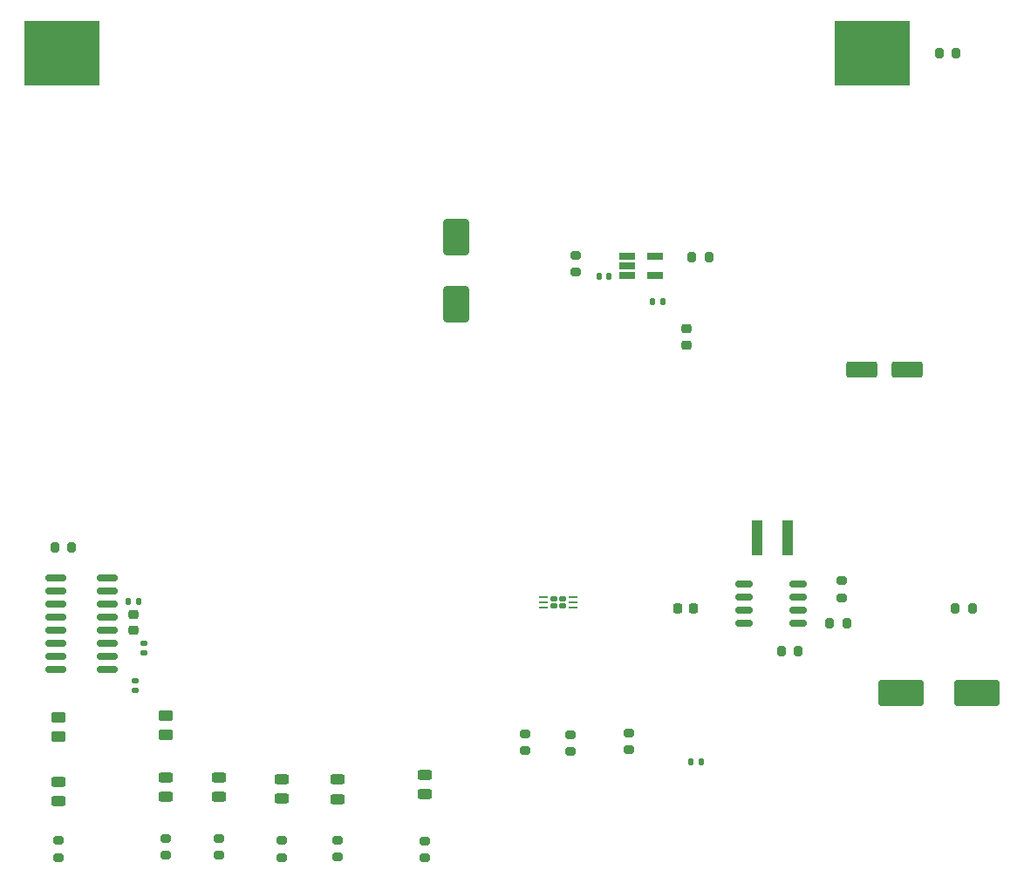
<source format=gtp>
G04 #@! TF.GenerationSoftware,KiCad,Pcbnew,(7.0.0-0)*
G04 #@! TF.CreationDate,2023-11-01T15:02:25+02:00*
G04 #@! TF.ProjectId,Untitled,556e7469-746c-4656-942e-6b696361645f,rev?*
G04 #@! TF.SameCoordinates,Original*
G04 #@! TF.FileFunction,Paste,Top*
G04 #@! TF.FilePolarity,Positive*
%FSLAX46Y46*%
G04 Gerber Fmt 4.6, Leading zero omitted, Abs format (unit mm)*
G04 Created by KiCad (PCBNEW (7.0.0-0)) date 2023-11-01 15:02:25*
%MOMM*%
%LPD*%
G01*
G04 APERTURE LIST*
G04 Aperture macros list*
%AMRoundRect*
0 Rectangle with rounded corners*
0 $1 Rounding radius*
0 $2 $3 $4 $5 $6 $7 $8 $9 X,Y pos of 4 corners*
0 Add a 4 corners polygon primitive as box body*
4,1,4,$2,$3,$4,$5,$6,$7,$8,$9,$2,$3,0*
0 Add four circle primitives for the rounded corners*
1,1,$1+$1,$2,$3*
1,1,$1+$1,$4,$5*
1,1,$1+$1,$6,$7*
1,1,$1+$1,$8,$9*
0 Add four rect primitives between the rounded corners*
20,1,$1+$1,$2,$3,$4,$5,0*
20,1,$1+$1,$4,$5,$6,$7,0*
20,1,$1+$1,$6,$7,$8,$9,0*
20,1,$1+$1,$8,$9,$2,$3,0*%
G04 Aperture macros list end*
%ADD10RoundRect,0.225000X-0.250000X0.225000X-0.250000X-0.225000X0.250000X-0.225000X0.250000X0.225000X0*%
%ADD11RoundRect,0.243750X0.456250X-0.243750X0.456250X0.243750X-0.456250X0.243750X-0.456250X-0.243750X0*%
%ADD12RoundRect,0.200000X-0.275000X0.200000X-0.275000X-0.200000X0.275000X-0.200000X0.275000X0.200000X0*%
%ADD13RoundRect,0.200000X0.275000X-0.200000X0.275000X0.200000X-0.275000X0.200000X-0.275000X-0.200000X0*%
%ADD14RoundRect,0.135000X0.200000X0.135000X-0.200000X0.135000X-0.200000X-0.135000X0.200000X-0.135000X0*%
%ADD15RoundRect,0.062500X0.350000X0.062500X-0.350000X0.062500X-0.350000X-0.062500X0.350000X-0.062500X0*%
%ADD16RoundRect,0.225000X0.225000X0.250000X-0.225000X0.250000X-0.225000X-0.250000X0.225000X-0.250000X0*%
%ADD17RoundRect,0.150000X0.825000X0.150000X-0.825000X0.150000X-0.825000X-0.150000X0.825000X-0.150000X0*%
%ADD18RoundRect,0.250000X0.450000X-0.262500X0.450000X0.262500X-0.450000X0.262500X-0.450000X-0.262500X0*%
%ADD19R,7.340000X6.350000*%
%ADD20RoundRect,0.110000X0.440000X1.590000X-0.440000X1.590000X-0.440000X-1.590000X0.440000X-1.590000X0*%
%ADD21RoundRect,0.140000X0.170000X-0.140000X0.170000X0.140000X-0.170000X0.140000X-0.170000X-0.140000X0*%
%ADD22RoundRect,0.140000X0.140000X0.170000X-0.140000X0.170000X-0.140000X-0.170000X0.140000X-0.170000X0*%
%ADD23RoundRect,0.200000X-0.200000X-0.275000X0.200000X-0.275000X0.200000X0.275000X-0.200000X0.275000X0*%
%ADD24RoundRect,0.140000X-0.140000X-0.170000X0.140000X-0.170000X0.140000X0.170000X-0.140000X0.170000X0*%
%ADD25RoundRect,0.250000X-1.000000X1.500000X-1.000000X-1.500000X1.000000X-1.500000X1.000000X1.500000X0*%
%ADD26R,1.560000X0.650000*%
%ADD27RoundRect,0.200000X0.200000X0.275000X-0.200000X0.275000X-0.200000X-0.275000X0.200000X-0.275000X0*%
%ADD28RoundRect,0.225000X0.250000X-0.225000X0.250000X0.225000X-0.250000X0.225000X-0.250000X-0.225000X0*%
%ADD29RoundRect,0.150000X-0.675000X-0.150000X0.675000X-0.150000X0.675000X0.150000X-0.675000X0.150000X0*%
%ADD30RoundRect,0.250000X1.250000X0.550000X-1.250000X0.550000X-1.250000X-0.550000X1.250000X-0.550000X0*%
%ADD31RoundRect,0.250000X-1.950000X-1.000000X1.950000X-1.000000X1.950000X1.000000X-1.950000X1.000000X0*%
G04 APERTURE END LIST*
D10*
X164900000Y-62225000D03*
X164900000Y-63775000D03*
D11*
X119500000Y-107677500D03*
X119500000Y-105802500D03*
D12*
X103900000Y-111925500D03*
X103900000Y-113575500D03*
X139500000Y-111949000D03*
X139500000Y-113599000D03*
D13*
X154150000Y-56712000D03*
X154150000Y-55062000D03*
D12*
X125600000Y-111935000D03*
X125600000Y-113585000D03*
D13*
X149241000Y-103188000D03*
X149241000Y-101538000D03*
D14*
X152855000Y-89092000D03*
X152855000Y-88412000D03*
X152035000Y-89092000D03*
X152035000Y-88412000D03*
D15*
X153882500Y-89252000D03*
X153882500Y-88752000D03*
X153882500Y-88252000D03*
X151007500Y-88252000D03*
X151007500Y-88752000D03*
X151007500Y-89252000D03*
D16*
X165576000Y-89366000D03*
X164026000Y-89366000D03*
D17*
X108647000Y-95312000D03*
X108647000Y-94042000D03*
X108647000Y-92772000D03*
X108647000Y-91502000D03*
X108647000Y-90232000D03*
X108647000Y-88962000D03*
X108647000Y-87692000D03*
X108647000Y-86422000D03*
X103697000Y-86422000D03*
X103697000Y-87692000D03*
X103697000Y-88962000D03*
X103697000Y-90232000D03*
X103697000Y-91502000D03*
X103697000Y-92772000D03*
X103697000Y-94042000D03*
X103697000Y-95312000D03*
D18*
X103900000Y-101812500D03*
X103900000Y-99987500D03*
D19*
X182941599Y-35458399D03*
X104281599Y-35458399D03*
D11*
X131000000Y-107877500D03*
X131000000Y-106002500D03*
D13*
X159300000Y-103125000D03*
X159300000Y-101475000D03*
D20*
X174700000Y-82500000D03*
X171700000Y-82500000D03*
D21*
X112203000Y-93732000D03*
X112203000Y-92772000D03*
D11*
X139500000Y-107440000D03*
X139500000Y-105565000D03*
D22*
X157350000Y-57112000D03*
X156390000Y-57112000D03*
D23*
X165425000Y-55212000D03*
X167075000Y-55212000D03*
D24*
X110707000Y-88708000D03*
X111667000Y-88708000D03*
X161600000Y-59600000D03*
X162560000Y-59600000D03*
D12*
X114296000Y-111703500D03*
X114296000Y-113353500D03*
D13*
X153600000Y-103300000D03*
X153600000Y-101650000D03*
D25*
X142500000Y-53292500D03*
X142500000Y-59792500D03*
D26*
X159149999Y-55149999D03*
X159149999Y-56099999D03*
X159149999Y-57049999D03*
X161849999Y-57049999D03*
X161849999Y-55149999D03*
D11*
X114296000Y-107702500D03*
X114296000Y-105827500D03*
X103900000Y-108100000D03*
X103900000Y-106225000D03*
D27*
X191050000Y-35400000D03*
X189400000Y-35400000D03*
D12*
X119500000Y-111694000D03*
X119500000Y-113344000D03*
D11*
X125600000Y-107840000D03*
X125600000Y-105965000D03*
D28*
X111187000Y-91515000D03*
X111187000Y-89965000D03*
D13*
X179920000Y-88325000D03*
X179920000Y-86675000D03*
D27*
X192625000Y-89400000D03*
X190975000Y-89400000D03*
D23*
X178775000Y-90800000D03*
X180425000Y-90800000D03*
D29*
X170495000Y-86995000D03*
X170495000Y-88265000D03*
X170495000Y-89535000D03*
X170495000Y-90805000D03*
X175745000Y-90805000D03*
X175745000Y-89535000D03*
X175745000Y-88265000D03*
X175745000Y-86995000D03*
D13*
X131000000Y-113528500D03*
X131000000Y-111878500D03*
D30*
X186300000Y-66200000D03*
X181900000Y-66200000D03*
D23*
X174095000Y-93500000D03*
X175745000Y-93500000D03*
D31*
X185700000Y-97600000D03*
X193100000Y-97600000D03*
D24*
X165320000Y-104300000D03*
X166280000Y-104300000D03*
D18*
X114300000Y-101625000D03*
X114300000Y-99800000D03*
D23*
X103575000Y-83440000D03*
X105225000Y-83440000D03*
D21*
X111380000Y-97320000D03*
X111380000Y-96360000D03*
M02*

</source>
